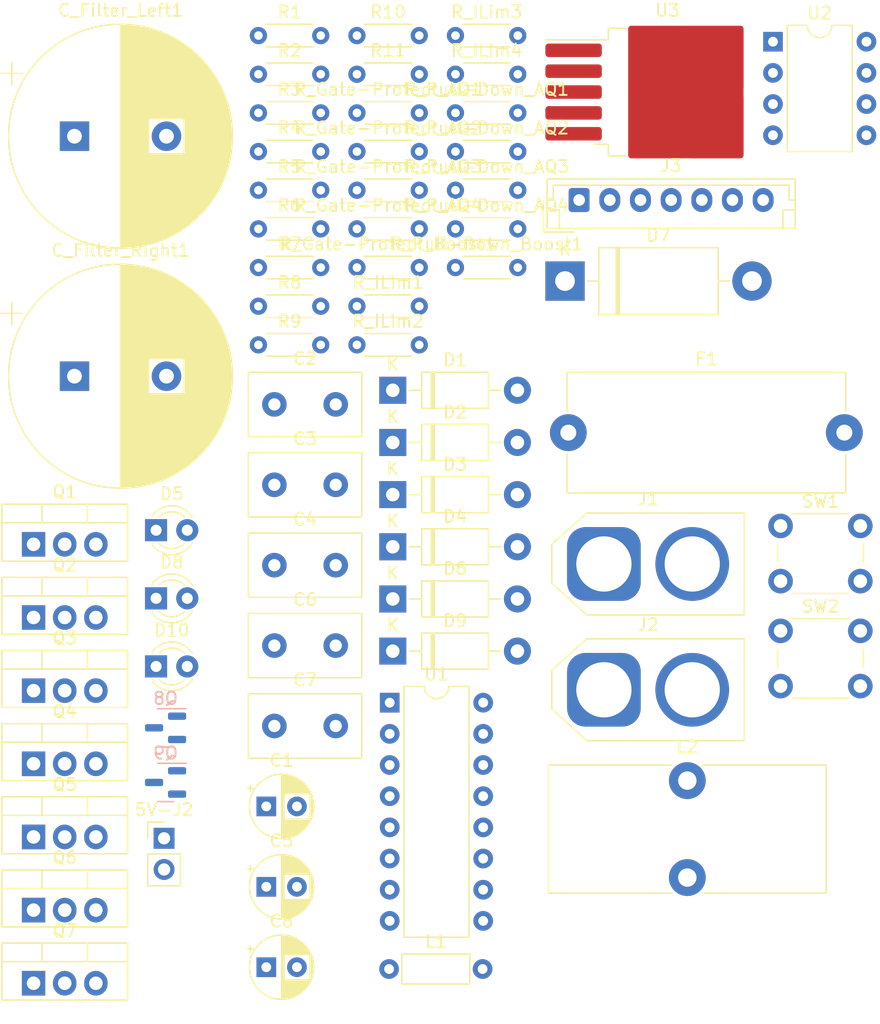
<source format=kicad_pcb>
(kicad_pcb (version 20221018) (generator pcbnew)
  (layers (0 "F.Cu" signal) (31 "B.Cu" signal) (34 "B.Paste" user) (35 "F.Paste" user) (36 "B.SilkS" user "B.Silkscreen") (37 "F.SilkS" user "F.Silkscreen") (38 "B.Mask" user) (39 "F.Mask" user) (44 "Edge.Cuts" user))
  (net 0 "")
  (net 1 "/GPow_Q1A")
  (net 2 "/GPow_Q2A")
  (net 3 "/GPow_Q3A")
  (net 4 "/GPow_Q4A")
  (net 5 "Net-(U2-THRES)")
  (net 6 "Net-(Q1-D)")
  (net 7 "Net-(Q2-D)")
  (net 8 "Net-(U2-CONT)")
  (net 9 "/EmtrA1")
  (net 10 "/EmtrA2")
  (net 11 "/EmtrA3")
  (net 12 "/EmtrA4")
  (net 13 "/V_Bat")
  (net 14 "Net-(U3-VC)")
  (net 15 "/Vcc")
  (net 16 "/+5V")
  (net 17 "/ML-A")
  (net 18 "/V_Gate-Boost")
  (net 19 "/MR-A")
  (net 20 "Net-(D9-A)")
  (net 21 "GND")
  (net 22 "Net-(D4-A)")
  (net 23 "Net-(D8-K)")
  (net 24 "GND2")
  (net 25 "/V_LS-A")
  (net 26 "/V_HS-A")
  (net 27 "Net-(D10-K)")
  (net 28 "Net-(D7-K)")
  (net 29 "Net-(U2-DISCH)")
  (net 30 "Net-(U3-FB)")
  (net 31 "Net-(U2-OUT)")
  (net 32 "Net-(D2-A)")
  (net 33 "Net-(U1-A1)")
  (net 34 "Net-(D5-K)")
  (net 35 "Net-(D6-A)")
  (net 36 "Net-(L1-Pad1)")
  (net 37 "/DIR_A")
  (net 38 "Net-(U1-A2)")
  (net 39 "/LED_An_+_A")
  (net 40 "/PWM_B")
  (net 41 "/DIR_B")
  (net 42 "/LED_An_-_A")
  (net 43 "/LED_Ct_+_A")
  (net 44 "Net-(U1-A3)")
  (net 45 "Net-(U1-A4)")
  (footprint "Diode_THT:D_DO-201AD_P15.24mm_Horizontal" (layer "F.Cu") (at 100.39 48.28)
    (fp_text reference "D7" (at 7.62 -3.72) (layer "F.SilkS"))
    (fp_text value "1N5822")
    (fp_text user "K" (at 0 -2.6) (layer "F.SilkS"))
    (pad "1" thru_hole rect (at 0 0) (size 3.2 3.2) (drill 1.6) (layers "*.Cu" "*.Mask") (net 28 "Net-(D7-K)"))
    (pad "2" thru_hole oval (at 15.24 0) (size 3.2 3.2) (drill 1.6) (layers "*.Cu" "*.Mask") (net 24 "GND2"))
  )
  (footprint "Package_TO_SOT_THT:TO-220-3_Vertical" (layer "F.Cu") (at 57.07 93.57)
    (fp_text reference "Q5" (at 2.54 -4.27) (layer "F.SilkS"))
    (fp_text value "NMOS")
    (pad "1" thru_hole rect (at 0 0) (size 1.905 2) (drill 1.1) (layers "*.Cu" "*.Mask") (net 3 "/GPow_Q3A"))
    (pad "2" thru_hole oval (at 2.54 0) (size 1.905 2) (drill 1.1) (layers "*.Cu" "*.Mask") (net 17 "/ML-A"))
    (pad "3" thru_hole oval (at 5.08 0) (size 1.905 2) (drill 1.1) (layers "*.Cu" "*.Mask") (net 21 "GND"))
  )
  (footprint "Capacitor_THT:CP_Radial_D5.0mm_P2.50mm" (layer "F.Cu") (at 76.039775 91.08)
    (fp_text reference "C1" (at 1.25 -3.75) (layer "F.SilkS"))
    (fp_text value "100uF")
    (pad "1" thru_hole rect (at 0 0) (size 1.6 1.6) (drill 0.8) (layers "*.Cu" "*.Mask") (net 26 "/V_HS-A"))
    (pad "2" thru_hole circle (at 2.5 0) (size 1.6 1.6) (drill 0.8) (layers "*.Cu" "*.Mask") (net 21 "GND"))
  )
  (footprint "Capacitor_THT:CP_Radial_D18.0mm_P7.50mm" (layer "F.Cu") (at 60.40444 56.03)
    (fp_text reference "C_Filter_Right1" (at 3.75 -10.25) (layer "F.SilkS"))
    (fp_text value "1000uF")
    (pad "1" thru_hole rect (at 0 0) (size 2.4 2.4) (drill 1.2) (layers "*.Cu" "*.Mask") (net 19 "/MR-A"))
    (pad "2" thru_hole circle (at 7.5 0) (size 2.4 2.4) (drill 1.2) (layers "*.Cu" "*.Mask") (net 20 "Net-(D9-A)"))
  )
  (footprint "Resistor_THT:R_Axial_DIN0204_L3.6mm_D1.6mm_P5.08mm_Horizontal" (layer "F.Cu") (at 75.4 50.33)
    (fp_text reference "R8" (at 2.54 -1.92) (layer "F.SilkS"))
    (fp_text value "10k")
    (pad "1" thru_hole circle (at 0 0) (size 1.4 1.4) (drill 0.7) (layers "*.Cu" "*.Mask") (net 30 "Net-(U3-FB)"))
    (pad "2" thru_hole oval (at 5.08 0) (size 1.4 1.4) (drill 0.7) (layers "*.Cu" "*.Mask") (net 16 "/+5V"))
  )
  (footprint "Resistor_THT:R_Axial_DIN0204_L3.6mm_D1.6mm_P5.08mm_Horizontal" (layer "F.Cu") (at 91.46 28.28)
    (fp_text reference "R_ILim3" (at 2.54 -1.92) (layer "F.SilkS"))
    (fp_text value "250")
    (pad "1" thru_hole circle (at 0 0) (size 1.4 1.4) (drill 0.7) (layers "*.Cu" "*.Mask") (net 42 "/LED_An_-_A"))
    (pad "2" thru_hole oval (at 5.08 0) (size 1.4 1.4) (drill 0.7) (layers "*.Cu" "*.Mask") (net 44 "Net-(U1-A3)"))
  )
  (footprint "Capacitor_THT:C_Disc_D9.0mm_W5.0mm_P5.00mm" (layer "F.Cu") (at 76.7 58.33)
    (fp_text reference "C2" (at 2.5 -3.75) (layer "F.SilkS"))
    (fp_text value "100nF")
    (pad "1" thru_hole circle (at 0 0) (size 2 2) (drill 1) (layers "*.Cu" "*.Mask") (net 5 "Net-(U2-THRES)"))
    (pad "2" thru_hole circle (at 5 0) (size 2 2) (drill 1) (layers "*.Cu" "*.Mask") (net 21 "GND"))
  )
  (footprint "Package_TO_SOT_SMD:TO-263-5_TabPin3" (layer "F.Cu") (at 108.74 32.88)
    (fp_text reference "U3" (at 0 -6.65) (layer "F.SilkS"))
    (fp_text value "XL4015")
    (pad "1" smd roundrect (at -7.65 -3.4) (size 4.6 1.1) (layers "F.Cu" "F.Paste" "F.Mask") (roundrect_rratio 0.227273) (net 24 "GND2"))
    (pad "2" smd roundrect (at -7.65 -1.7) (size 4.6 1.1) (layers "F.Cu" "F.Paste" "F.Mask") (roundrect_rratio 0.227273) (net 30 "Net-(U3-FB)"))
    (pad "3" smd roundrect (at -7.65 0) (size 4.6 1.1) (layers "F.Cu" "F.Paste" "F.Mask") (roundrect_rratio 0.227273) (net 28 "Net-(D7-K)"))
    (pad "3" smd roundrect (at -0.925 -2.775) (size 4.55 5.25) (layers "F.Cu" "F.Paste") (roundrect_rratio 0.054945) (net 28 "Net-(D7-K)"))
    (pad "3" smd roundrect (at -0.925 2.775) (size 4.55 5.25) (layers "F.Cu" "F.Paste") (roundrect_rratio 0.054945) (net 28 "Net-(D7-K)"))
    (pad "3" smd roundrect (at 1.5 0) (size 9.4 10.8) (layers "F.Cu" "F.Mask") (roundrect_rratio 0.026596) (net 28 "Net-(D7-K)"))
    (pad "3" smd roundrect (at 3.925 -2.775) (size 4.55 5.25) (layers "F.Cu" "F.Paste") (roundrect_rratio 0.054945) (net 28 "Net-(D7-K)"))
    (pad "3" smd roundrect (at 3.925 2.775) (size 4.55 5.25) (layers "F.Cu" "F.Paste") (roundrect_rratio 0.054945) (net 28 "Net-(D7-K)"))
    (pad "4" smd roundrect (at -7.65 1.7) (size 4.6 1.1) (layers "F.Cu" "F.Paste" "F.Mask") (roundrect_rratio 0.227273) (net 14 "Net-(U3-VC)"))
    (pad "5" smd roundrect (at -7.65 3.4) (size 4.6 1.1) (layers "F.Cu" "F.Paste" "F.Mask") (roundrect_rratio 0.227273) (net 15 "/Vcc"))
  )
  (footprint "Resistor_THT:R_Axial_DIN0204_L3.6mm_D1.6mm_P5.08mm_Horizontal" (layer "F.Cu") (at 75.4 40.88)
    (fp_text reference "R5" (at 2.54 -1.92) (layer "F.SilkS"))
    (fp_text value "33k")
    (pad "1" thru_hole circle (at 0 0) (size 1.4 1.4) (drill 0.7) (layers "*.Cu" "*.Mask") (net 5 "Net-(U2-THRES)"))
    (pad "2" thru_hole oval (at 5.08 0) (size 1.4 1.4) (drill 0.7) (layers "*.Cu" "*.Mask") (net 29 "Net-(U2-DISCH)"))
  )
  (footprint "Package_TO_SOT_THT:TO-220-3_Vertical" (layer "F.Cu") (at 57.07 99.53)
    (fp_text reference "Q6" (at 2.54 -4.27) (layer "F.SilkS"))
    (fp_text value "NMOS")
    (pad "1" thru_hole rect (at 0 0) (size 1.905 2) (drill 1.1) (layers "*.Cu" "*.Mask") (net 4 "/GPow_Q4A"))
    (pad "2" thru_hole oval (at 2.54 0) (size 1.905 2) (drill 1.1) (layers "*.Cu" "*.Mask") (net 19 "/MR-A"))
    (pad "3" thru_hole oval (at 5.08 0) (size 1.905 2) (drill 1.1) (layers "*.Cu" "*.Mask") (net 21 "GND"))
  )
  (footprint "Inductor_THT:L_Toroid_Vertical_L22.4mm_W10.2mm_P7.90mm_Vishay_TJ4" (layer "F.Cu") (at 110.36 88.98)
    (fp_text reference "L2" (at 0 -2.75) (layer "F.SilkS"))
    (fp_text value "47mH")
    (pad "1" thru_hole circle (at 0 0) (size 3 3) (drill 1.5) (layers "*.Cu" "*.Mask") (net 28 "Net-(D7-K)"))
    (pad "2" thru_hole circle (at 0 7.9) (size 3 3) (drill 1.5) (layers "*.Cu" "*.Mask") (net 16 "/+5V"))
  )
  (footprint "Diode_THT:D_DO-41_SOD81_P10.16mm_Horizontal" (layer "F.Cu") (at 86.35 74.18)
    (fp_text reference "D6" (at 5.08 -2.47) (layer "F.SilkS"))
    (fp_text value "1N4007")
    (fp_text user "K" (at 0 -2.1) (layer "F.SilkS"))
    (pad "1" thru_hole rect (at 0 0) (size 2.2 2.2) (drill 1.1) (layers "*.Cu" "*.Mask") (net 19 "/MR-A"))
    (pad "2" thru_hole oval (at 10.16 0) (size 2.2 2.2) (drill 1.1) (layers "*.Cu" "*.Mask") (net 35 "Net-(D6-A)"))
  )
  (footprint "Package_DIP:DIP-16_W7.62mm" (layer "F.Cu") (at 86.1 82.63)
    (fp_text reference "U1" (at 3.81 -2.33) (layer "F.SilkS"))
    (fp_text value "PS2801-4")
    (pad "1" thru_hole rect (at 0 0) (size 1.6 1.6) (drill 0.8) (layers "*.Cu" "*.Mask") (net 33 "Net-(U1-A1)"))
    (pad "2" thru_hole oval (at 0 2.54) (size 1.6 1.6) (drill 0.8) (layers "*.Cu" "*.Mask") (net 43 "/LED_Ct_+_A"))
    (pad "3" thru_hole oval (at 0 5.08) (size 1.6 1.6) (drill 0.8) (layers "*.Cu" "*.Mask") (net 38 "Net-(U1-A2)"))
    (pad "4" thru_hole oval (at 0 7.62) (size 1.6 1.6) (drill 0.8) (layers "*.Cu" "*.Mask") (net 24 "GND2"))
    (pad "5" thru_hole oval (at 0 10.16) (size 1.6 1.6) (drill 0.8) (layers "*.Cu" "*.Mask") (net 44 "Net-(U1-A3)"))
    (pad "6" thru_hole oval (at 0 12.7) (size 1.6 1.6) (drill 0.8) (layers "*.Cu" "*.Mask") (net 24 "GND2"))
    (pad "7" thru_hole oval (at 0 15.24) (size 1.6 1.6) (drill 0.8) (layers "*.Cu" "*.Mask") (net 45 "Net-(U1-A4)"))
    (pad "8" thru_hole oval (at 0 17.78) (size 1.6 1.6) (drill 0.8) (layers "*.Cu" "*.Mask") (net 43 "/LED_Ct_+_A"))
    (pad "9" thru_hole oval (at 7.62 17.78) (size 1.6 1.6) (drill 0.8) (layers "*.Cu" "*.Mask") (net 12 "/EmtrA4"))
    (pad "10" thru_hole oval (at 7.62 15.24) (size 1.6 1.6) (drill 0.8) (layers "*.Cu" "*.Mask") (net 25 "/V_LS-A"))
    (pad "11" thru_hole oval (at 7.62 12.7) (size 1.6 1.6) (drill 0.8) (layers "*.Cu" "*.Mask") (net 11 "/EmtrA3"))
    (pad "12" thru_hole oval (at 7.62 10.16) (size 1.6 1.6) (drill 0.8) (layers "*.Cu" "*.Mask") (net 25 "/V_LS-A"))
    (pad "13" thru_hole oval (at 7.62 7.62) (size 1.6 1.6) (drill 0.8) (layers "*.Cu" "*.Mask") (net 10 "/EmtrA2"))
    (pad "14" thru_hole oval (at 7.62 5.08) (size 1.6 1.6) (drill 0.8) (layers "*.Cu" "*.Mask") (net 26 "/V_HS-A"))
    (pad "15" thru_hole oval (at 7.62 2.54) (size 1.6 1.6) (drill 0.8) (layers "*.Cu" "*.Mask") (net 9 "/EmtrA1"))
    (pad "16" thru_hole oval (at 7.62 0) (size 1.6 1.6) (drill 0.8) (layers "*.Cu" "*.Mask") (net 26 "/V_HS-A"))
  )
  (footprint "LED_THT:LED_D3.0mm_Clear" (layer "F.Cu") (at 67.06 74.13)
    (fp_text reference "D8" (at 1.27 -2.96) (layer "F.SilkS"))
    (fp_text value "BLUE")
    (pad "1" thru_hole rect (at 0 0) (size 1.8 1.8) (drill 0.9) (layers "*.Cu" "*.Mask") (net 23 "Net-(D8-K)"))
    (pad "2" thru_hole circle (at 2.54 0) (size 1.8 1.8) (drill 0.9) (layers "*.Cu" "*.Mask") (net 19 "/MR-A"))
  )
  (footprint "Capacitor_THT:CP_Radial_D5.0mm_P2.50mm" (layer "F.Cu") (at 76.039775 104.18)
    (fp_text reference "C8" (at 1.25 -3.75) (layer "F.SilkS"))
    (fp_text value "330uF")
    (pad "1" thru_hole rect (at 0 0) (size 1.6 1.6) (drill 0.8) (layers "*.Cu" "*.Mask") (net 16 "/+5V"))
    (pad "2" thru_hole circle (at 2.5 0) (size 1.6 1.6) (drill 0.8) (layers "*.Cu" "*.Mask") (net 24 "GND2"))
  )
  (footprint "Capacitor_THT:CP_Radial_D5.0mm_P2.50mm" (layer "F.Cu") (at 76.039775 97.63)
    (fp_text reference "C5" (at 1.25 -3.75) (layer "F.SilkS"))
    (fp_text value "220uF")
    (pad "1" thru_hole rect (at 0 0) (size 1.6 1.6) (drill 0.8) (layers "*.Cu" "*.Mask") (net 15 "/Vcc"))
    (pad "2" thru_hole circle (at 2.5 0) (size 1.6 1.6) (drill 0.8) (layers "*.Cu" "*.Mask") (net 24 "GND2"))
  )
  (footprint "Resistor_THT:R_Axial_DIN0204_L3.6mm_D1.6mm_P5.08mm_Horizontal" (layer "F.Cu") (at 83.43 53.48)
    (fp_text reference "R_ILim2" (at 2.54 -1.92) (layer "F.SilkS"))
    (fp_text value "250")
    (pad "1" thru_hole circle (at 0 0) (size 1.4 1.4) (drill 0.7) (layers "*.Cu" "*.Mask") (net 42 "/LED_An_-_A"))
    (pad "2" thru_hole oval (at 5.08 0) (size 1.4 1.4) (drill 0.7) (layers "*.Cu" "*.Mask") (net 38 "Net-(U1-A2)"))
  )
  (footprint "Resistor_THT:R_Axial_DIN0204_L3.6mm_D1.6mm_P5.08mm_Horizontal" (layer "F.Cu") (at 83.43 40.88)
    (fp_text reference "R_Gate-Protect_AQ3" (at 2.54 -1.92) (layer "F.SilkS"))
    (fp_text value "100")
    (pad "1" thru_hole circle (at 0 0) (size 1.4 1.4) (drill 0.7) (layers "*.Cu" "*.Mask") (net 11 "/EmtrA3"))
    (pad "2" thru_hole oval (at 5.08 0) (size 1.4 1.4) (drill 0.7) (layers "*.Cu" "*.Mask") (net 3 "/GPow_Q3A"))
  )
  (footprint "Package_TO_SOT_THT:TO-220-3_Vertical" (layer "F.Cu") (at 57.07 87.61)
    (fp_text reference "Q4" (at 2.54 -4.27) (layer "F.SilkS"))
    (fp_text value "NMOS")
    (pad "1" thru_hole rect (at 0 0) (size 1.905 2) (drill 1.1) (layers "*.Cu" "*.Mask") (net 2 "/GPow_Q2A"))
    (pad "2" thru_hole oval (at 2.54 0) (size 1.905 2) (drill 1.1) (layers "*.Cu" "*.Mask") (net 7 "Net-(Q2-D)"))
    (pad "3" thru_hole oval (at 5.08 0) (size 1.905 2) (drill 1.1) (layers "*.Cu" "*.Mask") (net 19 "/MR-A"))
  )
  (footprint "Resistor_THT:R_Axial_DIN0204_L3.6mm_D1.6mm_P5.08mm_Horizontal" (layer "F.Cu") (at 91.46 37.73)
    (fp_text reference "R_Pull-Down_AQ2" (at 2.54 -1.92) (layer "F.SilkS"))
    (fp_text value "100k")
    (pad "1" thru_hole circle (at 0 0) (size 1.4 1.4) (drill 0.7) (layers "*.Cu" "*.Mask") (net 21 "GND"))
    (pad "2" thru_hole oval (at 5.08 0) (size 1.4 1.4) (drill 0.7) (layers "*.Cu" "*.Mask") (net 2 "/GPow_Q2A"))
  )
  (footprint "Resistor_THT:R_Axial_DIN0204_L3.6mm_D1.6mm_P5.08mm_Horizontal" (layer "F.Cu") (at 83.43 50.33)
    (fp_text reference "R_ILim1" (at 2.54 -1.92) (layer "F.SilkS"))
    (fp_text value "250")
    (pad "1" thru_hole circle (at 0 0) (size 1.4 1.4) (drill 0.7) (layers "*.Cu" "*.Mask") (net 39 "/LED_An_+_A"))
    (pad "2" thru_hole oval (at 5.08 0) (size 1.4 1.4) (drill 0.7) (layers "*.Cu" "*.Mask") (net 33 "Net-(U1-A1)"))
  )
  (footprint "Resistor_THT:R_Axial_DIN0204_L3.6mm_D1.6mm_P5.08mm_Horizontal" (layer "F.Cu") (at 75.4 31.43)
    (fp_text reference "R2" (at 2.54 -1.92) (layer "F.SilkS"))
    (fp_text value "68k")
    (pad "1" thru_hole circle (at 0 0) (size 1.4 1.4) (drill 0.7) (layers "*.Cu" "*.Mask") (net 21 "GND"))
    (pad "2" thru_hole oval (at 5.08 0) (size 1.4 1.4) (drill 0.7) (layers "*.Cu" "*.Mask") (net 26 "/V_HS-A"))
  )
  (footprint "Connector_JST:JST_EH_B7B-EH-A_1x07_P2.50mm_Vertical" (layer "F.Cu") (at 101.54 41.68)
    (fp_text reference "J3" (at 7.5 -2.8) (layer "F.SilkS"))
    (fp_text value "MCU Terminals")
    (pad "1" thru_hole roundrect (at 0 0) (size 1.7 1.95) (drill 0.95) (layers "*.Cu" "*.Mask") (roundrect_rratio 0.147059) (net 24 "GND2"))
    (pad "2" thru_hole oval (at 2.5 0) (size 1.7 1.95) (drill 0.95) (layers "*.Cu" "*.Mask") (net 37 "/DIR_A"))
    (pad "3" thru_hole oval (at 5 0) (size 1.7 1.95) (drill 0.95) (layers "*.Cu" "*.Mask") (net 39 "/LED_An_+_A"))
    (pad "4" thru_hole oval (at 7.5 0) (size 1.7 1.95) (drill 0.95) (layers "*.Cu" "*.Mask") (net 40 "/PWM_B"))
    (pad "5" thru_hole oval (at 10 0) (size 1.7 1.95) (drill 0.95) (layers "*.Cu" "*.Mask") (net 41 "/DIR_B"))
    (pad "6" thru_hole oval (at 12.5 0) (size 1.7 1.95) (drill 0.95) (layers "*.Cu" "*.Mask") (net 24 "GND2"))
    (pad "7" thru_hole oval (at 15 0) (size 1.7 1.95) (drill 0.95) (layers "*.Cu" "*.Mask") (net 16 "/+5V"))
  )
  (footprint "Capacitor_THT:CP_Radial_D18.0mm_P7.50mm" (layer "F.Cu") (at 60.40444 36.48)
    (fp_text reference "C_Filter_Left1" (at 3.75 -10.25) (layer "F.SilkS"))
    (fp_text value "1000uF")
    (pad "1" thru_hole rect (at 0 0) (size 2.4 2.4) (drill 1.2) (layers "*.Cu" "*.Mask") (net 17 "/ML-A"))
    (pad "2" thru_hole circle (at 7.5 0) (size 2.4 2.4) (drill 1.2) (layers "*.Cu" "*.Mask") (net 35 "Net-(D6-A)"))
  )
  (footprint "Fuse:Fuseholder_Cylinder-5x20mm_Schurter_0031_8201_Horizontal_Open" (layer "F.Cu") (at 100.66 60.63)
    (fp_text reference "F1" (at 11.25 -6) (layer "F.SilkS"))
    (fp_text value "Fuse_30A(Slow)")
    (pad "" np_thru_hole circle (at 11.25 0) (size 2.7 2.7) (drill 2.7) (layers "*.Cu" "*.Mask"))
    (pad "1" thru_hole circle (at 0 0) (size 3 3) (drill 1.3) (layers "*.Cu" "*.Mask") (net 13 "/V_Bat"))
    (pad "2" thru_hole circle (at 22.5 0) (size 3 3) (drill 1.3) (layers "*.Cu" "*.Mask") (net 15 "/Vcc"))
  )
  (footprint "Resistor_THT:R_Axial_DIN0204_L3.6mm_D1.6mm_P5.08mm_Horizontal" (layer "F.Cu") (at 91.46 44.03)
    (fp_text reference "R_Pull-Down_AQ4" (at 2.54 -1.92) (layer "F.SilkS"))
    (fp_text value "100k")
    (pad "1" thru_hole circle (at 0 0) (size 1.4 1.4) (drill 0.7) (layers "*.Cu" "*.Mask") (net 21 "GND"))
    (pad "2" thru_hole oval (at 5.08 0) (size 1.4 1.4) (drill 0.7) (layers "*.Cu" "*.Mask") (net 4 "/GPow_Q4A"))
  )
  (footprint "Diode_THT:D_DO-41_SOD81_P10.16mm_Horizontal" (layer "F.Cu") (at 86.35 65.68)
    (fp_text reference "D3" (at 5.08 -2.47) (layer "F.SilkS"))
    (fp_text value "1N5352B")
    (fp_text user "K" (at 0 -2.1) (layer "F.SilkS"))
    (pad "1" thru_hole rect (at 0 0) (size 2.2 2.2) (drill 1.1) (layers "*.Cu" "*.Mask") (net 25 "/V_LS-A"))
    (pad "2" thru_hole oval (at 10.16 0) (size 2.2 2.2) (drill 1.1) (layers "*.Cu" "*.Mask") (net 21 "GND"))
  )
  (footprint "Diode_THT:D_DO-41_SOD81_P10.16mm_Horizontal" (layer "F.Cu") (at 86.35 78.43)
    (fp_text reference "D9" (at 5.08 -2.47) (layer "F.SilkS"))
    (fp_text value "1N4007")
    (fp_text user "K" (at 0 -2.1) (layer "F.SilkS"))
    (pad "1" thru_hole rect (at 0 0) (size 2.2 2.2) (drill 1.1) (layers "*.Cu" "*.Mask") (net 17 "/ML-A"))
    (pad "2" thru_hole oval (at 10.16 0) (size 2.2 2.2) (drill 1.1) (layers "*.Cu" "*.Mask") (net 20 "Net-(D9-A)"))
  )
  (footprint "Resistor_THT:R_Axial_DIN0204_L3.6mm_D1.6mm_P5.08mm_Horizontal" (layer "F.Cu") (at 83.43 44.03)
    (fp_text reference "R_Gate-Protect_AQ4" (at 2.54 -1.92) (layer "F.SilkS"))
    (fp_text value "100")
    (pad "1" thru_hole circle (at 0 0) (size 1.4 1.4) (drill 0.7) (layers "*.Cu" "*.Mask") (net 12 "/EmtrA4"))
    (pad "2" thru_hole oval (at 5.08 0) (size 1.4 1.4) (drill 0.7) (layers "*.Cu" "*.Mask") (net 4 "/GPow_Q4A"))
  )
  (footprint "Capacitor_THT:C_Disc_D9.0mm_W5.0mm_P5.00mm" (layer "F.Cu") (at 76.7 84.53)
    (fp_text reference "C7" (at 2.5 -3.75) (layer "F.SilkS"))
    (fp_text value "1uF")
    (pad "1" thru_hole circle (at 0 0) (size 2 2) (drill 1) (layers "*.Cu" "*.Mask") (net 16 "/+5V"))
    (pad "2" thru_hole circle (at 5 0) (size 2 2) (drill 1) (layers "*.Cu" "*.Mask") (net 24 "GND2"))
  )
  (footprint "Diode_THT:D_DO-41_SOD81_P10.16mm_Horizontal" (layer "F.Cu") (at 86.35 57.18)
    (fp_text reference "D1" (at 5.08 -2.47) (layer "F.SilkS"))
    (fp_text value "1N5352B")
    (fp_text user "K" (at 0 -2.1) (layer "F.SilkS"))
    (pad "1" thru_hole rect (at 0 0) (size 2.2 2.2) (drill 1.1) (layers "*.Cu" "*.Mask") (net 15 "/Vcc"))
    (pad "2" thru_hole oval (at 10.16 0) (size 2.2 2.2) (drill 1.1) (layers "*.Cu" "*.Mask") (net 26 "/V_HS-A"))
  )
  (footprint "Resistor_THT:R_Axial_DIN0204_L3.6mm_D1.6mm_P5.08mm_Horizontal" (layer "F.Cu") (at 75.4 47.18)
    (fp_text reference "R7" (at 2.54 -1.92) (layer "F.SilkS"))
    (fp_text value "1.2k")
    (pad "1" thru_hole circle (at 0 0) (size 1.4 1.4) (drill 0.7) (layers "*.Cu" "*.Mask") (net 35 "Net-(D6-A)"))
    (pad "2" thru_hole oval (at 5.08 0) (size 1.4 1.4) (drill 0.7) (layers "*.Cu" "*.Mask") (net 34 "Net-(D5-K)"))
  )
  (footprint "Resistor_THT:R_Axial_DIN0204_L3.6mm_D1.6mm_P5.08mm_Horizontal" (layer "F.Cu") (at 75.4 44.03)
    (fp_text reference "R6" (at 2.54 -1.92) (layer "F.SilkS"))
    (fp_text value "10k")
    (pad "1" thru_hole circle (at 0 0) (size 1.4 1.4) (drill 0.7) (layers "*.Cu" "*.Mask") (net 24 "GND2"))
    (pad "2" thru_hole oval (at 5.08 0) (size 1.4 1.4) (drill 0.7) (layers "*.Cu" "*.Mask") (net 37 "/DIR_A"))
  )
  (footprint "Resistor_THT:R_Axial_DIN0204_L3.6mm_D1.6mm_P5.08mm_Horizontal" (layer "F.Cu") (at 75.4 53.48)
    (fp_text reference "R9" (at 2.54 -1.92) (layer "F.SilkS"))
    (fp_text value "3.3k")
    (pad "1" thru_hole circle (at 0 0) (size 1.4 1.4) (drill 0.7) (layers "*.Cu" "*.Mask") (net 24 "GND2"))
    (pad "2" thru_hole oval (at 5.08 0) (size 1.4 1.4) (drill 0.7) (layers "*.Cu" "*.Mask") (net 30 "Net-(U3-FB)"))
  )
  (footprint "Capacitor_THT:C_Disc_D9.0mm_W5.0mm_P5.00mm" (layer "F.Cu") (at 76.7 77.98)
    (fp_text reference "C6" (at 2.5 -3.75) (layer "F.SilkS"))
    (fp_text value "1uF")
    (pad "1" thru_hole circle (at 0 0) (size 2 2) (drill 1) (layers "*.Cu" "*.Mask") (net 15 "/Vcc"))
    (pad "2" thru_hole circle (at 5 0) (size 2 2) (drill 1) (layers "*.Cu" "*.Mask") (net 24 "GND2"))
  )
  (footprint "Connector_AMASS:AMASS_XT60-F_1x02_P7.20mm_Vertical" (layer "F.Cu") (at 103.56 71.33)
    (fp_text reference "J1" (at 3.6 -5.3 180) (layer "F.SilkS"))
    (fp_text value "Battery Terminal")
    (pad "1" thru_hole roundrect (at 0 0) (size 6 6) (drill 4.5) (layers "*.Cu" "*.Mask") (net 21 "GND"))
    (pad "2" thru_hole circle (at 7.2 0) (size 6 6) (drill 4.5) (layers "*.Cu" "*.Mask") (net 13 "/V_Bat"))
  )
  (footprint "Button_Switch_THT:SW_PUSH_6mm_H5mm" (layer "F.Cu") (at 117.96 76.78)
    (fp_text reference "SW2" (at 3.25 -2) (layer "F.SilkS"))
    (fp_text value "DIR_A")
    (pad "1" thru_hole circle (at 0 0 90) (size 2 2) (drill 1.1) (layers "*.Cu" "*.Mask") (net 16 "/+5V"))
    (pad "1" thru_hole circle (at 6.5 0 90) (size 2 2) (drill 1.1) (layers "*.Cu" "*.Mask") (net 16 "/+5V"))
    (pad "2" thru_hole circle (at 0 4.5 90) (size 2 2) (drill 1.1) (layers "*.Cu" "*.Mask") (net 37 "/DIR_A"))
    (pad "2" thru_hole circle (at 6.5 4.5 90) (size 2 2) (drill 1.1) (layers "*.Cu" "*.Mask") (net 37 "/DIR_A"))
  )
  (footprint "Resistor_THT:R_Axial_DIN0204_L3.6mm_D1.6mm_P5.08mm_Horizontal" (layer "F.Cu") (at 83.43 37.73)
    (fp_text reference "R_Gate-Protect_AQ2" (at 2.54 -1.92) (layer "F.SilkS"))
    (fp_text value "100")
    (pad "1" thru_hole circle (at 0 0) (size 1.4 1.4) (drill 0.7) (layers "*.Cu" "*.Mask") (net 10 "/EmtrA2"))
    (pad "2" thru_hole oval (at 5.08 0) (size 1.4 1.4) (drill 0.7) (layers "*.Cu" "*.Mask") (net 2 "/GPow_Q2A"))
  )
  (footprint "Package_TO_SOT_THT:TO-220-3_Vertical" (layer "F.Cu") (at 57.07 69.73)
    (fp_text reference "Q1" (at 2.54 -4.27) (layer "F.SilkS"))
    (fp_text value "NMOS")
    (pad "1" thru_hole rect (at 0 0) (size 1.905 2) (drill 1.1) (layers "*.Cu" "*.Mask") (net 1 "/GPow_Q1A"))
    (pad "2" thru_hole oval (at 2.54 0) (size 1.905 2) (drill 1.1) (layers "*.Cu" "*.Mask") (net 6 "Net-(Q1-D)"))
    (pad "3" thru_hole oval (at 5.08 0) (size 1.905 2) (drill 1.1) (layers "*.Cu" "*.Mask") (net 15 "/Vcc"))
  )
  (footprint "Connector_PinHeader_2.54mm:PinHeader_1x02_P2.54mm_Vertical" (layer "F.Cu") (at 67.71 93.68)
    (fp_text reference "5V-J2" (at 0 -2.33) (layer "F.SilkS"))
    (fp_text value "J-12V")
    (pad "1" thru_hole rect (at 0 0) (size 1.7 1.7) (drill 1) (layers "*.Cu" "*.Mask") (net 21 "GND"))
    (pad "2" thru_hole oval (at 0 2.54) (size 1.7 1.7) (drill 1) (layers "*.Cu" "*.Mask") (net 24 "GND2"))
  )
  (footprint "Button_Switch_THT:SW_PUSH_6mm_H5mm" (layer "F.Cu") (at 117.96 68.23)
    (fp_text reference "SW1" (at 3.25 -2) (layer "F.SilkS"))
    (fp_text value "PWM_A")
    (pad "1" thru_hole circle (at 0 0 90) (size 2 2) (drill 1.1) (layers "*.Cu" "*.Mask") (net 16 "/+5V"))
    (pad "1" thru_hole circle (at 6.5 0 90) (size 2 2) (drill 1.1) (layers "*.Cu" "*.Mask") (net 16 "/+5V"))
    (pad "2" thru_hole circle (at 0 4.5 90) (size 2 2) (drill 1.1) (layers "*.Cu" "*.Mask") (net 39 "/LED_An_+_A"))
    (pad "2" thru_hole circle (at 6.5 4.5 90) (size 2 2) (drill 1.1) (layers "*.Cu" "*.Mask") (net 39 "/LED_An_+_A"))
  )
  (footprint "Resistor_THT:R_Axial_DIN0204_L3.6mm_D1.6mm_P5.08mm_Horizontal" (layer "F.Cu") (at 75.4 37.73)
    (fp_text reference "R4" (at 2.54 -1.92) (layer "F.SilkS"))
    (fp_text value "1k")
    (pad "1" thru_hole circle (at 0 0) (size 1.4 1.4) (drill 0.7) (layers "*.Cu" "*.Mask") (net 29 "Net-(U2-DISCH)"))
    (pad "2" thru_hole oval (at 5.08 0) (size 1.4 1.4) (drill 0.7) (layers "*.Cu" "*.Mask") (net 25 "/V_LS-A"))
  )
  (footprint "Package_TO_SOT_THT:TO-220-3_Vertical" (layer "F.Cu") (at 57.07 75.69)
    (fp_text reference "Q2" (at 2.54 -4.27) (layer "F.SilkS"))
    (fp_text value "NMOS")
    (pad "1" thru_hole rect (at 0 0) (size 1.905 2) (drill 1.1) (layers "*.Cu" "*.Mask") (net 2 "/GPow_Q2A"))
    (pad "2" thru_hole oval (at 2.54 0) (size 1.905 2) (drill 1.1) (layers "*.Cu" "*.Mask") (net 7 "Net-(Q2-D)"))
    (pad "3" thru_hole oval (at 5.08 0) (size 1.905 2) (drill 1.1) (layers "*.Cu" "*.Mask") (net 15 "/Vcc"))
  )
  (footprint "Resistor_THT:R_Axial_DIN0204_L3.6mm_D1.6mm_P5.08mm_Horizontal" (layer "F.Cu") (at 75.4 28.28)
    (fp_text reference "R1" (at 2.54 -1.92) (layer "F.SilkS"))
    (fp_text value "100")
    (pad "1" thru_hole circle (at 0 0) (size 1.4 1.4) (drill 0.7) (layers "*.Cu" "*.Mask") (net 36 "Net-(L1-Pad1)"))
    (pad "2" thru_hole oval (at 5.08 0) (size 1.4 1.4) (drill 0.7) (layers "*.Cu" "*.Mask") (net 15 "/Vcc"))
  )
  (footprint "Diode_THT:D_DO-41_SOD81_P10.16mm_Horizontal" (layer "F.Cu") (at 86.35 61.43)
    (fp_text reference "D2" (at 5.08 -2.47) (layer "F.SilkS"))
    (fp_text value "1N4007")
    (fp_text user "K" (at 0 -2.1) (layer "F.SilkS"))
    (pad "1" thru_hole rect (at 0 0) (size 2.2 2.2) (drill 1.1) (layers "*.Cu" "*.Mask") (net 26 "/V_HS-A"))
    (pad "2" thru_hole oval (at 10.16 0) (size 2.2 2.2) (drill 1.1) (layers "*.Cu" "*.Mask") (net 32 "Net-(D2-A)"))
  )
  (footprint "Resistor_THT:R_Axial_DIN0204_L3.6mm_D1.6mm_P5.08mm_Horizontal" (layer "F.Cu") (at 83.43 31.43)
    (fp_text reference "R11" (at 2.54 -1.92) (layer "F.SilkS"))
    (fp_text value "1.5k")
    (pad "1" thru_hole circle (at 0 0) (size 1.4 1.4) (drill 0.7) (layers "*.Cu" "*.Mask") (net 21 "GND"))
    (pad "2" thru_hole oval (at 5.08 0) (size 1.4 1.4) (drill 0.7) (layers "*.Cu" "*.Mask") (net 27 "Net-(D10-K)"))
  )
  (footprint "Resistor_THT:R_Axial_DIN0204_L3.6mm_D1.6mm_P5.08mm_Horizontal" (layer "F.Cu") (at 75.4 34.58)
    (fp_text reference "R3" (at 2.54 -1.92) (layer "F.SilkS"))
    (fp_text value "33k")
    (pad "1" thru_hole circle (at 0 0) (size 1.4 1.4) (drill 0.7) (layers "*.Cu" "*.Mask") (net 26 "/V_HS-A"))
    (pad "2" thru_hole oval (at 5.08 0) (size 1.4 1.4) (drill 0.7) (layers "*.Cu" "*.Mask") (net 25 "/V_LS-A"))
  )
  (footprint "Resistor_THT:R_Axial_DIN0204_L3.6mm_D1.6mm_P5.08mm_Horizontal" (layer "F.Cu") (at 91.46 47.18)
    (fp_text reference "R_Pull-Down_Boost1" (at 2.54 -1.92) (layer "F.SilkS"))
    (fp_text value "100k")
    (pad "1" thru_hole circle (at 0 0) (size 1.4 1.4) (drill 0.7) (layers "*.Cu" "*.Mask") (net 21 "GND"))
    (pad "2" thru_hole oval (at 5.08 0) (size 1.4 1.4) (drill 0.7) (layers "*.Cu" "*.Mask") (net 18 "/V_Gate-Boost"))
  )
  (footprint "Capacitor_THT:C_Disc_D9.0mm_W5.0mm_P5.00mm" (layer "F.Cu") (at 76.7 64.88)
    (fp_text reference "C3" (at 2.5 -3.75) (layer "F.SilkS"))
    (fp_text value "100nF")
    (pad "1" thru_hole circle (at 0 0) (size 2 2) (drill 1) (layers "*.Cu" "*.Mask") (net 8 "Net-(U2-CONT)"))
    (pad "2" thru_hole circle (at 5 0) (size 2 2) (drill 1) (layers "*.Cu" "*.Mask") (net 21 "GND"))
  )
  (footprint "Inductor_THT:L_Axial_L5.3mm_D2.2mm_P7.62mm_Horizontal_Vishay_IM-1" (layer "F.Cu") (at 86.05 104.33)
    (fp_text reference "L1" (at 3.81 -2.22) (layer "F.SilkS"))
    (fp_text value "10mH")
    (pad "1" thru_hole circle (at 0 0) (size 1.6 1.6) (drill 0.8) (layers "*.Cu" "*.Mask") (net 36 "Net-(L1-Pad1)"))
    (pad "2" thru_hole oval (at 7.62 0) (size 1.6 1.6) (drill 0.8) (layers "*.Cu" "*.Mask") (net 32 "Net-(D2-A)"))
  )
  (footprint "Diode_THT:D_DO-41_SOD81_P10.16mm_Horizontal" (layer "F.Cu") (at 86.35 69.93)
    (fp_text reference "D4" (at 5.08 -2.47) (layer "F.SilkS"))
    (fp_text value "1N4007")
    (fp_text user "K" (at 0 -2.1) (layer "F.SilkS"))
    (pad "1" thru_hole rect (at 0 0) (size 2.2 2.2) (drill 1.1) (layers "*.Cu" "*.Mask") (net 37 "/DIR_A"))
    (pad "2" thru_hole oval (at 10.16 0) (size 2.2 2.2) (drill 1.1) (layers "*.Cu" "*.Mask") (net 22 "Net-(D4-A)"))
  )
  (footprint "Package_DIP:DIP-8_W7.62mm" (layer "F.Cu") (at 117.34 28.78)
    (fp_text reference "U2" (at 3.81 -2.33) (layer "F.SilkS"))
    (fp_text value "NE555P")
    (pad "1" thru_hole rect (at 0 0) (size 1.6 1.6) (drill 0.8) (layers "*.Cu" "*.Mask") (net 21 "GND"))
    (pad "2" thru_hole oval (at 0 2.54) (size 1.6 1.6) (drill 0.8) (layers "*.Cu" "*.Mask") (net 5 "Net-(U2-THRES)"))
    (pad "3" thru_hole oval (at 0 5.08) (size 1.6 1.6) (drill 0.8) (layers "*.Cu" "*.Mask") (net 31 "Net-(U2-OUT)"))
    (pad "4" thru_hole oval (at 0 7.62) (size 1.6 1.6) (drill 0.8) (layers "*.Cu" "*.Mask") (net 25 "/V_LS-A"))
    (pad "5" thru_hole oval (at 7.62 7.62) (size 1.6 1.6) (drill 0.8) (layers "*.Cu" "*.Mask") (net 8 "Net-(U2-CONT)"))
    (pad "6" thru_hole oval (at 7.62 5.08) (size 1.6 1.6) (drill 0.8) (layers "*.Cu" "*.Mask") (net 5 "Net-(U2-THRES)"))
    (pad "7" thru_hole oval (at 7.62 2.54) (size 1.6 1.6) (drill 0.8) (layers "*.Cu" "*.Mask") (net 29 "Net-(U2-DISCH)"))
    (pad "8" thru_hole oval (at 7.62 0) (size 1.6 1.6) (drill 0.8) (layers "*.Cu" "*.Mask") (net 25 "/V_LS-A"))
  )
  (footprint "LED_THT:LED_D3.0mm_Clear" (layer "F.Cu") (at 67.06 68.58)
    (fp_text reference "D5" (at 1.27 -2.96) (layer "F.SilkS"))
    (fp_text value "BLUE")
    (pad "1" thru_hole rect (at 0 0) (size 1.8 1.8) (drill 0.9) (layers "*.Cu" "*.Mask") (net 34 "Net-(D5-K)"))
    (pad "2" thru_hole circle (at 2.54 0) (size 1.8 1.8) (drill 0.9) (layers "*.Cu" "*.Mask") (net 17 "/ML-A"))
  )
  (footprint "LED_THT:LED_D3.0mm" (layer "F.Cu") (at 67.06 79.68)
    (fp_text reference "D10" (at 1.27 -2.96) (layer "F.SilkS"))
    (fp_text value "GREEN")
    (pad "1" thru_hole rect (at 0 0) (size 1.8 1.8) (drill 0.9) (layers "*.Cu" "*.Mask") (net 27 "Net-(D10-K)"))
    (pad "2" thru_hole circle (at 2.54 0) (size 1.8 1.8) (drill 0.9) (layers "*.Cu" "*.Mask") (net 15 "/Vcc"))
  )
  (footprint "Resistor_THT:R_Axial_DIN0204_L3.6mm_D1.6mm_P5.08mm_Horizontal" (layer "F.Cu") (at 83.43 28.28)
    (fp_text reference "R10" (at 2.54 -1.92) (layer "F.SilkS"))
    (fp_text value "1.2k")
    (pad "1" thru_hole circle (at 0 0) (size 1.4 1.4) (drill 0.7) (layers "*.Cu" "*.Mask") (net 20 "Net-(D9-A)"))
    (pad "2" thru_hole oval (at 5.08 0) (size 1.4 1.4) (drill 0.7) (layers "*.Cu" "*.Mask") (net 23 "Net-(D8-K)"))
  )
  (footprint "Resistor_THT:R_Axial_DIN0204_L3.6mm_D1.6mm_P5.08mm_Horizontal" (layer "F.Cu") (at 91.46 31.43)
    (fp_text reference "R_ILim4" (at 2.54 -1.92) (layer "F.SilkS"))
    (fp_text value "250")
    (pad "1" thru_hole circle (at 0 0) (size 1.4 1.4) (drill 0.7) (layers "*.Cu" "*.Mask") (net 39 "/LED_An_+_A"))
    (pad "2" thru_hole oval (at 5.08 0) (size 1.4 1.4) (drill 0.7) (layers "*.Cu" "*.Mask") (net 45 "Net-(U1-A4)"))
  )
  (footprint "Resistor_THT:R_Axial_DIN0204_L3.6mm_D1.6mm_P5.08mm_Horizontal" (layer "F.Cu") (at 83.43 47.18)
    (fp_text reference "R_Gate-Protect_Boost1" (at 2.54 -1.92) (layer "F.SilkS"))
    (fp_text value "100")
    (pad "1" thru_hole circle (at 0 0) (size 1.4 1.4) (drill 0.7) (layers "*.Cu" "*.Mask") (net 31 "Net-(U2-OUT)"))
    (pad "2" thru_hole oval (at 5.08 0) (size 1.4 1.4) (drill 0.7) (layers "*.Cu" "*.Mask") (net 18 "/V_Gate-Boost"))
  )
  (footprint "Resistor_THT:R_Axial_DIN0204_L3.6mm_D1.6mm_P5.08mm_Horizontal" (layer "F.Cu") (at 91.46 40.88)
    (fp_text reference "R_Pull-Down_AQ3" (at 2.54 -1.92) (layer "F.SilkS"))
    (fp_text value "100k")
    (pad "1" thru_hole circle (at 0 0) (size 1.4 1.4) (drill 0.7) (layers "*.Cu" "*.Mask") (net 21 "GND"))
    (pad "2" thru_hole oval (at 5.08 0) (size 1.4 1.4) (drill 0.7) (layers "*.Cu" "*.Mask") (net 3 "/GPow_Q3A"))
  )
  (footprint "Resistor_THT:R_Axial_DIN0204_L3.6mm_D1.6mm_P5.08mm_Horizontal" (layer "F.Cu") (at 83.43 34.58)
    (fp_text reference "R_Gate-Protect_AQ1" (at 2.54 -1.92) (layer "F.SilkS"))
    (fp_text value "100")
    (pad "1" thru_hole circle (at 0 0) (size 1.4 1.4) (drill 0.7) (layers "*.Cu" "*.Mask") (net 9 "/EmtrA1"))
    (pad "2" thru_hole oval (at 5.08 0) (size 1.4 1.4) (drill 0.7) (layers "*.Cu" "*.Mask") (net 1 "/GPow_Q1A"))
  )
  (footprint "Resistor_THT:R_Axial_DIN0204_L3.6mm_D1.6mm_P5.08mm_Horizontal" (layer "F.Cu") (at 91.46 34.58)
    (fp_text reference "R_Pull-Down_AQ1" (at 2.54 -1.92) (layer "F.SilkS"))
    (fp_text value "100k")
    (pad "1" thru_hole circle (at 0 0) (size 1.4 1.4) (drill 0.7) (layers "*.Cu" "*.Mask") (net 21 "GND"))
    (pad "2" thru_hole oval (at 5.08 0) (size 1.4 1.4) (drill 0.7) (layers "*.Cu" "*.Mask") (net 1 "/GPow_Q1A"))
  )
  (footprint "Package_TO_SOT_THT:TO-220-3_Vertical" (layer "F.Cu") (at 57.07 81.65)
    (fp_text reference "Q3" (at 2.54 -4.27) (layer "F.SilkS"))
    (fp_text value "NMOS")
    (pad "1" thru_hole rect (at 0 0) (size 1.905 2) (drill 1.1) (layers "*.Cu" "*.Mask") (net 1 "/GPow_Q1A"))
    (pad "2" thru_hole oval (at 2.54 0) (size 1.905 2) (drill 1.1) (layers "*.Cu" "*.Mask") (net 6 "Net-(Q1-D)"))
    (pad "3" thru_hole oval (at 5.08 0) (size 1.905 2) (drill 1.1) (layers "*.Cu" "*.Mask") (net 17 "/ML-A"))
  )
  (footprint "Capacitor_THT:C_Disc_D9.0mm_W5.0mm_P5.00mm" (layer "F.Cu") (at 76.7 71.43)
    (fp_text reference "C4" (at 2.5 -3.75) (layer "F.SilkS"))
    (fp_text value "1uF")
    (pad "1" thru_hole circle (at 0 0) (size 2 2) (drill 1) (layers "*.Cu" "*.Mask") (net 15 "/Vcc"))
    (pad "2" thru_hole circle (at 5 0) (size 2 2) (drill 1) (layers "*.Cu" "*.Mask") (net 14 "Net-(U3-VC)"))
  )
  (footprint "Package_TO_SOT_THT:TO-220-3_Vertical" (layer "F.Cu") (at 57.07 105.49)
    (fp_text reference "Q7" (at 2.54 -4.27) (layer "F.SilkS"))
    (fp_text value "NMOS")
    (pad "1" thru_hole rect (at 0 0) (size 1.905 2) (drill 1.1) (layers "*.Cu" "*.Mask") (net 18 "/V_Gate-Boost"))
    (pad "2" thru_hole oval (at 2.54 0) (size 1.905 2) (drill 1.1) (layers "*.Cu" "*.Mask") (net 32 "Net-(D2-A)"))
    (pad "3" thru_hole oval (at 5.08 0) (size 1.905 2) (drill 1.1) (layers "*.Cu" "*.Mask") (net 21 "GND"))
  )
  (footprint "Connector_AMASS:AMASS_XT60-F_1x02_P7.20mm_Vertical" (layer "F.Cu") (at 103.56 81.58)
    (fp_text reference "J2" (at 3.6 -5.3 180) (layer "F.SilkS"))
    (fp_text value "Motor_A")
    (pad "1" thru_hole roundrect (at 0 0) (size 6 6) (drill 4.5) (layers "*.Cu" "*.Mask") (net 17 "/ML-A"))
    (pad "2" thru_hole circle (at 7.2 0) (size 6 6) (drill 4.5) (layers "*.Cu" "*.Mask") (net 19 "/MR-A"))
  )
  (footprint "Package_TO_SOT_SMD:SOT-23" (layer "B.Cu") (at 67.83 84.68 180)
    (fp_text reference "Q8" (at 0 2.4) (layer "B.SilkS") (effects (justify mirror)))
    (fp_text value "AO3405")
    (pad "1" smd roundrect (at -0.9375 0.95 180) (size 1.475 0.6) (layers "B.Cu" "B.Paste" "B.Mask") (net 22 "Net-(D4-A)"))
    (pad "2" smd roundrect (at -0.9375 -0.95 180) (size 1.475 0.6) (layers "B.Cu" "B.Paste" "B.Mask") (net 39 "/LED_An_+_A"))
    (pad "3" smd roundrect (at 0.9375 0 180) (size 1.475 0.6) (layers "B.Cu" "B.Paste" "B.Mask") (net 42 "/LED_An_-_A"))
  )
  (footprint "Package_TO_SOT_SMD:SOT-23" (layer "B.Cu") (at 67.83 89.13 180)
    (fp_text reference "Q9" (at 0 2.4) (layer "B.SilkS") (effects (justify mirror)))
    (fp_text value "AO3400A")
    (pad "1" smd roundrect (at -0.9375 0.95 180) (size 1.475 0.6) (layers "B.Cu" "B.Paste" "B.Mask") (net 37 "/DIR_A"))
    (pad "2" smd roundrect (at -0.9375 -0.95 180) (size 1.475 0.6) (layers "B.Cu" "B.Paste" "B.Mask") (net 24 "GND2"))
    (pad "3" smd roundrect (at 0.9375 0 180) (size 1.475 0.6) (layers "B.Cu" "B.Paste" "B.Mask") (net 43 "/LED_Ct_+_A"))
  )
)
</source>
